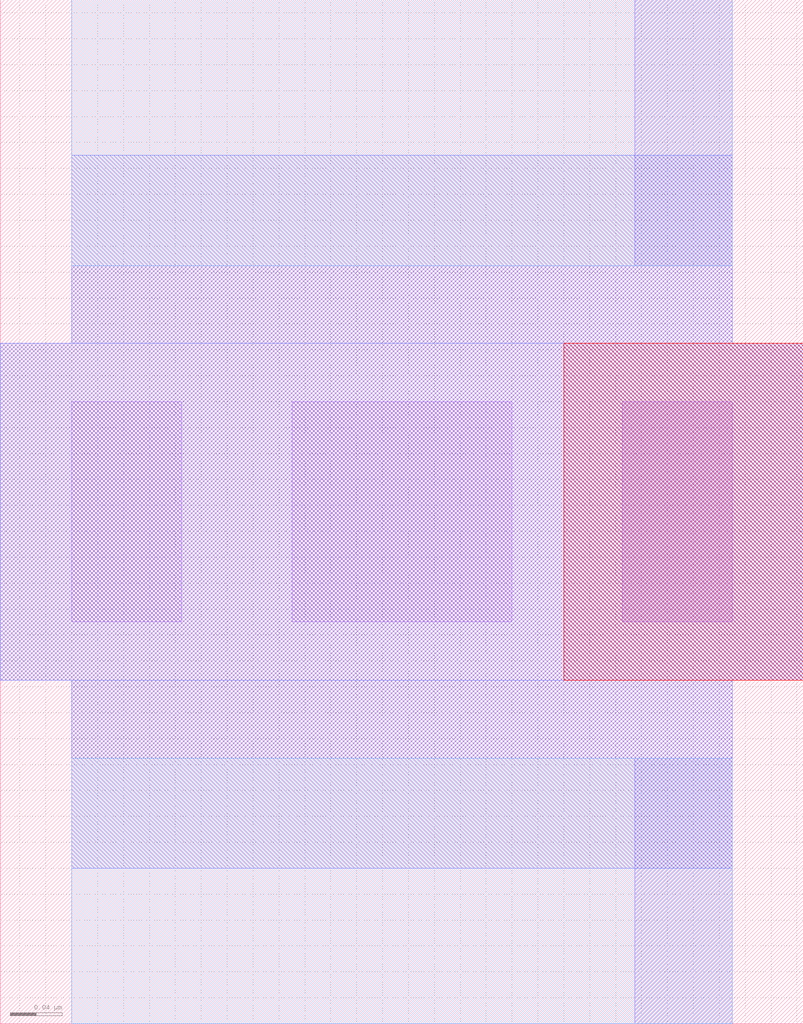
<source format=lef>
# Copyright 2020 The SkyWater PDK Authors
#
# Licensed under the Apache License, Version 2.0 (the "License");
# you may not use this file except in compliance with the License.
# You may obtain a copy of the License at
#
#     https://www.apache.org/licenses/LICENSE-2.0
#
# Unless required by applicable law or agreed to in writing, software
# distributed under the License is distributed on an "AS IS" BASIS,
# WITHOUT WARRANTIES OR CONDITIONS OF ANY KIND, either express or implied.
# See the License for the specific language governing permissions and
# limitations under the License.
#
# SPDX-License-Identifier: Apache-2.0

VERSION 5.7 ;
  NOWIREEXTENSIONATPIN ON ;
  DIVIDERCHAR "/" ;
  BUSBITCHARS "[]" ;
MACRO sky130_fd_bd_sram__sram_dp_cent
  CLASS BLOCK ;
  FOREIGN sky130_fd_bd_sram__sram_dp_cent ;
  ORIGIN  0.055000  0.000000 ;
  SIZE  0.620000 BY  0.790000 ;
  OBS
    LAYER li1 ;
      RECT 0.000000 0.310000 0.085000 0.480000 ;
      RECT 0.170000 0.310000 0.340000 0.480000 ;
      RECT 0.425000 0.310000 0.510000 0.480000 ;
    LAYER met1 ;
      RECT -0.055000 0.265000 0.565000 0.525000 ;
      RECT  0.000000 0.205000 0.510000 0.265000 ;
      RECT  0.000000 0.525000 0.510000 0.585000 ;
      RECT  0.435000 0.000000 0.510000 0.205000 ;
      RECT  0.435000 0.585000 0.510000 0.790000 ;
    LAYER met2 ;
      RECT -0.055000 0.265000 0.565000 0.525000 ;
      RECT  0.000000 0.120000 0.510000 0.265000 ;
      RECT  0.000000 0.525000 0.510000 0.670000 ;
    LAYER met3 ;
      RECT 0.000000 0.000000 0.510000 0.205000 ;
      RECT 0.000000 0.585000 0.510000 0.790000 ;
    LAYER via ;
      RECT 0.380000 0.265000 0.565000 0.525000 ;
  END
END sky130_fd_bd_sram__sram_dp_cent
END LIBRARY

</source>
